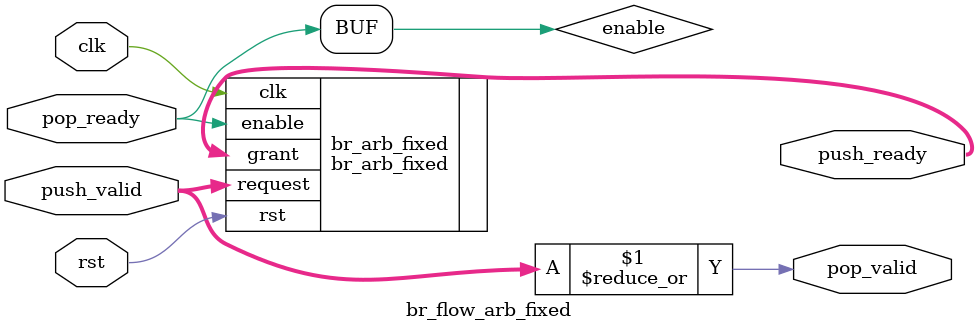
<source format=sv>


`include "br_asserts_internal.sv"

module br_flow_arb_fixed #(
    // Must be at least 2
    parameter int NumRequesters = 2
) (
    input logic clk,  // Only used for assertions
    input logic rst,  // Only used for assertions
    output logic [NumRequesters-1:0] push_ready,
    input logic [NumRequesters-1:0] push_valid,
    input logic pop_ready,
    output logic pop_valid
);

  //------------------------------------------
  // Integration checks
  //------------------------------------------
  // Rely on submodule integration checks

  // TODO(mgottscho): Add more

  //------------------------------------------
  // Implementation
  //------------------------------------------
  logic enable = |pop_ready;

  br_arb_fixed #(
      .NumRequesters(NumRequesters)
  ) br_arb_fixed (
      .clk,
      .rst,
      .enable,
      .request(push_valid),
      .grant  (push_ready)
  );

  assign pop_valid = |push_valid;

  //------------------------------------------
  // Implementation checks
  //------------------------------------------
  // Rely on submodule implementation checks

  // TODO(mgottscho): Add more

endmodule : br_flow_arb_fixed

</source>
